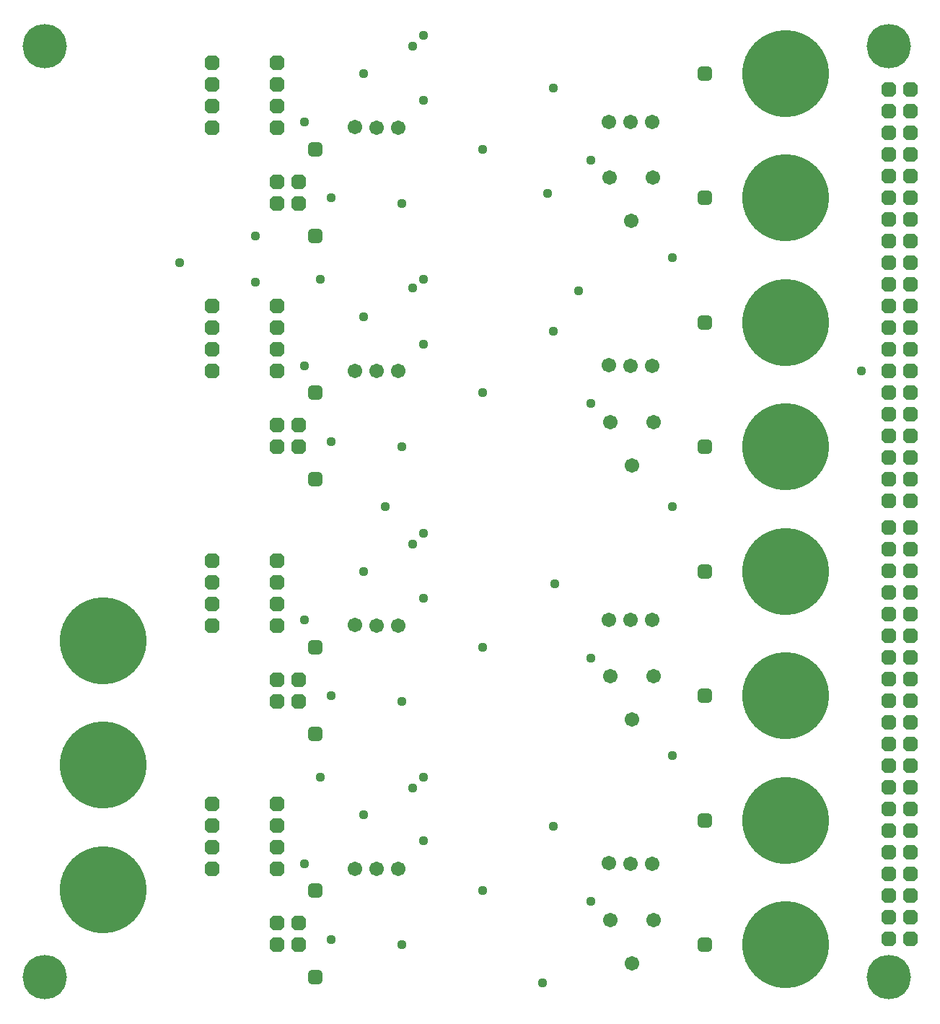
<source format=gbs>
%FSAX25Y25*%
%MOIN*%
G70*
G01*
G75*
G04 Layer_Color=16711935*
%ADD10R,0.06693X0.03937*%
%ADD11R,0.03543X0.02756*%
G04:AMPARAMS|DCode=12|XSize=23.62mil|YSize=35.43mil|CornerRadius=5.91mil|HoleSize=0mil|Usage=FLASHONLY|Rotation=270.000|XOffset=0mil|YOffset=0mil|HoleType=Round|Shape=RoundedRectangle|*
%AMROUNDEDRECTD12*
21,1,0.02362,0.02362,0,0,270.0*
21,1,0.01181,0.03543,0,0,270.0*
1,1,0.01181,-0.01181,-0.00591*
1,1,0.01181,-0.01181,0.00591*
1,1,0.01181,0.01181,0.00591*
1,1,0.01181,0.01181,-0.00591*
%
%ADD12ROUNDEDRECTD12*%
%ADD13R,0.02756X0.05118*%
%ADD14R,0.02756X0.03543*%
G04:AMPARAMS|DCode=15|XSize=23.62mil|YSize=43.31mil|CornerRadius=5.91mil|HoleSize=0mil|Usage=FLASHONLY|Rotation=90.000|XOffset=0mil|YOffset=0mil|HoleType=Round|Shape=RoundedRectangle|*
%AMROUNDEDRECTD15*
21,1,0.02362,0.03150,0,0,90.0*
21,1,0.01181,0.04331,0,0,90.0*
1,1,0.01181,0.01575,0.00591*
1,1,0.01181,0.01575,-0.00591*
1,1,0.01181,-0.01575,-0.00591*
1,1,0.01181,-0.01575,0.00591*
%
%ADD15ROUNDEDRECTD15*%
%ADD16R,0.03150X0.03543*%
%ADD17R,0.04134X0.01772*%
%ADD18O,0.04134X0.01772*%
%ADD19R,0.05118X0.02756*%
G04:AMPARAMS|DCode=20|XSize=23.62mil|YSize=35.43mil|CornerRadius=5.91mil|HoleSize=0mil|Usage=FLASHONLY|Rotation=180.000|XOffset=0mil|YOffset=0mil|HoleType=Round|Shape=RoundedRectangle|*
%AMROUNDEDRECTD20*
21,1,0.02362,0.02362,0,0,180.0*
21,1,0.01181,0.03543,0,0,180.0*
1,1,0.01181,-0.00591,0.01181*
1,1,0.01181,0.00591,0.01181*
1,1,0.01181,0.00591,-0.01181*
1,1,0.01181,-0.00591,-0.01181*
%
%ADD20ROUNDEDRECTD20*%
G04:AMPARAMS|DCode=21|XSize=78.74mil|YSize=137.8mil|CornerRadius=19.69mil|HoleSize=0mil|Usage=FLASHONLY|Rotation=0.000|XOffset=0mil|YOffset=0mil|HoleType=Round|Shape=RoundedRectangle|*
%AMROUNDEDRECTD21*
21,1,0.07874,0.09843,0,0,0.0*
21,1,0.03937,0.13780,0,0,0.0*
1,1,0.03937,0.01969,-0.04921*
1,1,0.03937,-0.01969,-0.04921*
1,1,0.03937,-0.01969,0.04921*
1,1,0.03937,0.01969,0.04921*
%
%ADD21ROUNDEDRECTD21*%
%ADD22R,0.03543X0.03150*%
%ADD23C,0.01969*%
%ADD24C,0.01000*%
%ADD25C,0.05906*%
%ADD26C,0.01181*%
%ADD27C,0.01575*%
%ADD28C,0.02953*%
%ADD29C,0.19685*%
%ADD30C,0.39370*%
G04:AMPARAMS|DCode=31|XSize=59.06mil|YSize=59.06mil|CornerRadius=14.76mil|HoleSize=0mil|Usage=FLASHONLY|Rotation=270.000|XOffset=0mil|YOffset=0mil|HoleType=Round|Shape=RoundedRectangle|*
%AMROUNDEDRECTD31*
21,1,0.05906,0.02953,0,0,270.0*
21,1,0.02953,0.05906,0,0,270.0*
1,1,0.02953,-0.01476,-0.01476*
1,1,0.02953,-0.01476,0.01476*
1,1,0.02953,0.01476,0.01476*
1,1,0.02953,0.01476,-0.01476*
%
%ADD31ROUNDEDRECTD31*%
G04:AMPARAMS|DCode=32|XSize=59.06mil|YSize=59.06mil|CornerRadius=0mil|HoleSize=0mil|Usage=FLASHONLY|Rotation=270.000|XOffset=0mil|YOffset=0mil|HoleType=Round|Shape=Octagon|*
%AMOCTAGOND32*
4,1,8,-0.01476,-0.02953,0.01476,-0.02953,0.02953,-0.01476,0.02953,0.01476,0.01476,0.02953,-0.01476,0.02953,-0.02953,0.01476,-0.02953,-0.01476,-0.01476,-0.02953,0.0*
%
%ADD32OCTAGOND32*%

%ADD33C,0.05906*%
%ADD34C,0.03583*%
%ADD35C,0.00984*%
%ADD36C,0.00500*%
%ADD37C,0.00394*%
%ADD38C,0.00600*%
%ADD39C,0.00787*%
G04:AMPARAMS|DCode=40|XSize=127.95mil|YSize=107.87mil|CornerRadius=26.97mil|HoleSize=0mil|Usage=FLASHONLY|Rotation=90.000|XOffset=0mil|YOffset=0mil|HoleType=Round|Shape=RoundedRectangle|*
%AMROUNDEDRECTD40*
21,1,0.12795,0.05394,0,0,90.0*
21,1,0.07402,0.10787,0,0,90.0*
1,1,0.05394,0.02697,0.03701*
1,1,0.05394,0.02697,-0.03701*
1,1,0.05394,-0.02697,-0.03701*
1,1,0.05394,-0.02697,0.03701*
%
%ADD40ROUNDEDRECTD40*%
%ADD41R,0.07493X0.04737*%
%ADD42R,0.04343X0.03556*%
G04:AMPARAMS|DCode=43|XSize=31.62mil|YSize=43.43mil|CornerRadius=9.91mil|HoleSize=0mil|Usage=FLASHONLY|Rotation=270.000|XOffset=0mil|YOffset=0mil|HoleType=Round|Shape=RoundedRectangle|*
%AMROUNDEDRECTD43*
21,1,0.03162,0.02362,0,0,270.0*
21,1,0.01181,0.04343,0,0,270.0*
1,1,0.01981,-0.01181,-0.00591*
1,1,0.01981,-0.01181,0.00591*
1,1,0.01981,0.01181,0.00591*
1,1,0.01981,0.01181,-0.00591*
%
%ADD43ROUNDEDRECTD43*%
%ADD44R,0.03556X0.05918*%
%ADD45R,0.03556X0.04343*%
G04:AMPARAMS|DCode=46|XSize=31.62mil|YSize=51.31mil|CornerRadius=9.91mil|HoleSize=0mil|Usage=FLASHONLY|Rotation=90.000|XOffset=0mil|YOffset=0mil|HoleType=Round|Shape=RoundedRectangle|*
%AMROUNDEDRECTD46*
21,1,0.03162,0.03150,0,0,90.0*
21,1,0.01181,0.05131,0,0,90.0*
1,1,0.01981,0.01575,0.00591*
1,1,0.01981,0.01575,-0.00591*
1,1,0.01981,-0.01575,-0.00591*
1,1,0.01981,-0.01575,0.00591*
%
%ADD46ROUNDEDRECTD46*%
%ADD47R,0.03950X0.04343*%
%ADD48R,0.04934X0.02572*%
%ADD49O,0.04934X0.02572*%
%ADD50R,0.05918X0.03556*%
G04:AMPARAMS|DCode=51|XSize=31.62mil|YSize=43.43mil|CornerRadius=9.91mil|HoleSize=0mil|Usage=FLASHONLY|Rotation=180.000|XOffset=0mil|YOffset=0mil|HoleType=Round|Shape=RoundedRectangle|*
%AMROUNDEDRECTD51*
21,1,0.03162,0.02362,0,0,180.0*
21,1,0.01181,0.04343,0,0,180.0*
1,1,0.01981,-0.00591,0.01181*
1,1,0.01981,0.00591,0.01181*
1,1,0.01981,0.00591,-0.01181*
1,1,0.01981,-0.00591,-0.01181*
%
%ADD51ROUNDEDRECTD51*%
G04:AMPARAMS|DCode=52|XSize=86.74mil|YSize=145.79mil|CornerRadius=23.69mil|HoleSize=0mil|Usage=FLASHONLY|Rotation=0.000|XOffset=0mil|YOffset=0mil|HoleType=Round|Shape=RoundedRectangle|*
%AMROUNDEDRECTD52*
21,1,0.08674,0.09843,0,0,0.0*
21,1,0.03937,0.14579,0,0,0.0*
1,1,0.04737,0.01969,-0.04921*
1,1,0.04737,-0.01969,-0.04921*
1,1,0.04737,-0.01969,0.04921*
1,1,0.04737,0.01969,0.04921*
%
%ADD52ROUNDEDRECTD52*%
%ADD53R,0.04343X0.03950*%
%ADD54C,0.20485*%
%ADD55C,0.40170*%
G04:AMPARAMS|DCode=56|XSize=67.06mil|YSize=67.06mil|CornerRadius=18.76mil|HoleSize=0mil|Usage=FLASHONLY|Rotation=270.000|XOffset=0mil|YOffset=0mil|HoleType=Round|Shape=RoundedRectangle|*
%AMROUNDEDRECTD56*
21,1,0.06706,0.02953,0,0,270.0*
21,1,0.02953,0.06706,0,0,270.0*
1,1,0.03753,-0.01476,-0.01476*
1,1,0.03753,-0.01476,0.01476*
1,1,0.03753,0.01476,0.01476*
1,1,0.03753,0.01476,-0.01476*
%
%ADD56ROUNDEDRECTD56*%
G04:AMPARAMS|DCode=57|XSize=67.06mil|YSize=67.06mil|CornerRadius=0mil|HoleSize=0mil|Usage=FLASHONLY|Rotation=270.000|XOffset=0mil|YOffset=0mil|HoleType=Round|Shape=Octagon|*
%AMOCTAGOND57*
4,1,8,-0.01676,-0.03353,0.01676,-0.03353,0.03353,-0.01676,0.03353,0.01676,0.01676,0.03353,-0.01676,0.03353,-0.03353,0.01676,-0.03353,-0.01676,-0.01676,-0.03353,0.0*
%
%ADD57OCTAGOND57*%

%ADD58C,0.06706*%
%ADD59C,0.04383*%
D54*
X0290000Y0122500D02*
D03*
Y0552500D02*
D03*
X0680000Y0122500D02*
D03*
Y0552500D02*
D03*
D55*
X0317000Y0278000D02*
D03*
Y0220500D02*
D03*
Y0163000D02*
D03*
X0632500Y0137500D02*
D03*
Y0195000D02*
D03*
Y0252500D02*
D03*
Y0310000D02*
D03*
Y0367500D02*
D03*
Y0425000D02*
D03*
Y0482500D02*
D03*
Y0540000D02*
D03*
D56*
X0415000Y0505000D02*
D03*
Y0465000D02*
D03*
Y0392500D02*
D03*
Y0352500D02*
D03*
Y0275000D02*
D03*
Y0235000D02*
D03*
Y0162500D02*
D03*
Y0122500D02*
D03*
X0595000Y0540000D02*
D03*
Y0482500D02*
D03*
Y0425000D02*
D03*
Y0367500D02*
D03*
Y0310000D02*
D03*
Y0252500D02*
D03*
Y0195000D02*
D03*
Y0137500D02*
D03*
D57*
X0407500Y0480000D02*
D03*
X0397500D02*
D03*
X0407500Y0490000D02*
D03*
X0397500D02*
D03*
X0407500Y0367500D02*
D03*
X0397500D02*
D03*
X0407500Y0377500D02*
D03*
X0397500D02*
D03*
X0407500Y0250000D02*
D03*
X0397500D02*
D03*
X0407500Y0260000D02*
D03*
X0397500D02*
D03*
X0407500Y0137500D02*
D03*
X0397500D02*
D03*
X0407500Y0147500D02*
D03*
X0397500D02*
D03*
X0690000Y0140433D02*
D03*
X0680000D02*
D03*
X0690000Y0150433D02*
D03*
X0680000D02*
D03*
X0690000Y0160433D02*
D03*
X0680000D02*
D03*
X0690000Y0170433D02*
D03*
X0680000D02*
D03*
X0690000Y0180433D02*
D03*
X0680000D02*
D03*
X0690000Y0190433D02*
D03*
X0680000D02*
D03*
X0690000Y0200433D02*
D03*
X0680000D02*
D03*
X0690000Y0210433D02*
D03*
X0680000D02*
D03*
X0690000Y0220433D02*
D03*
X0680000D02*
D03*
X0690000Y0230433D02*
D03*
X0680000D02*
D03*
X0690000Y0240433D02*
D03*
X0680000D02*
D03*
X0690000Y0250433D02*
D03*
X0680000D02*
D03*
X0690000Y0260433D02*
D03*
X0680000D02*
D03*
X0690000Y0270433D02*
D03*
X0680000D02*
D03*
X0690000Y0280433D02*
D03*
X0680000D02*
D03*
X0690000Y0290433D02*
D03*
X0680000D02*
D03*
X0690000Y0300433D02*
D03*
X0680000D02*
D03*
X0690000Y0310433D02*
D03*
X0680000D02*
D03*
X0690000Y0320433D02*
D03*
X0680000D02*
D03*
X0690000Y0330433D02*
D03*
X0680000D02*
D03*
X0690000Y0342500D02*
D03*
X0680000D02*
D03*
X0690000Y0352500D02*
D03*
X0680000D02*
D03*
X0690000Y0362500D02*
D03*
X0680000D02*
D03*
X0690000Y0372500D02*
D03*
X0680000D02*
D03*
X0690000Y0382500D02*
D03*
X0680000D02*
D03*
X0690000Y0392500D02*
D03*
X0680000D02*
D03*
X0690000Y0402500D02*
D03*
X0680000D02*
D03*
X0690000Y0412500D02*
D03*
X0680000D02*
D03*
X0690000Y0422500D02*
D03*
X0680000D02*
D03*
X0690000Y0432500D02*
D03*
X0680000D02*
D03*
X0690000Y0442500D02*
D03*
X0680000D02*
D03*
X0690000Y0452500D02*
D03*
X0680000D02*
D03*
X0690000Y0462500D02*
D03*
X0680000D02*
D03*
X0690000Y0472500D02*
D03*
X0680000D02*
D03*
X0690000Y0482500D02*
D03*
X0680000D02*
D03*
X0690000Y0492500D02*
D03*
X0680000D02*
D03*
X0690000Y0502500D02*
D03*
X0680000D02*
D03*
X0690000Y0512500D02*
D03*
X0680000D02*
D03*
X0690000Y0522500D02*
D03*
X0680000D02*
D03*
X0690000Y0532500D02*
D03*
X0680000D02*
D03*
X0367500Y0545000D02*
D03*
Y0535000D02*
D03*
Y0525000D02*
D03*
Y0515000D02*
D03*
X0397500Y0545000D02*
D03*
Y0535000D02*
D03*
Y0525000D02*
D03*
Y0515000D02*
D03*
X0367500Y0432500D02*
D03*
Y0422500D02*
D03*
Y0412500D02*
D03*
Y0402500D02*
D03*
X0397500Y0432500D02*
D03*
Y0422500D02*
D03*
Y0412500D02*
D03*
Y0402500D02*
D03*
X0367500Y0315000D02*
D03*
Y0305000D02*
D03*
Y0295000D02*
D03*
Y0285000D02*
D03*
X0397500Y0315000D02*
D03*
Y0305000D02*
D03*
Y0295000D02*
D03*
Y0285000D02*
D03*
X0367500Y0202500D02*
D03*
Y0192500D02*
D03*
Y0182500D02*
D03*
Y0172500D02*
D03*
X0397500Y0202500D02*
D03*
Y0192500D02*
D03*
Y0182500D02*
D03*
Y0172500D02*
D03*
D58*
X0433284Y0172799D02*
D03*
X0443311Y0172646D02*
D03*
X0453268Y0172626D02*
D03*
X0571500Y0379000D02*
D03*
X0551500D02*
D03*
X0561500Y0359000D02*
D03*
X0433284Y0402799D02*
D03*
X0443311Y0402646D02*
D03*
X0453268Y0402626D02*
D03*
X0571500Y0261500D02*
D03*
X0551500D02*
D03*
X0561500Y0241500D02*
D03*
X0550783Y0517799D02*
D03*
X0560811Y0517646D02*
D03*
X0570768Y0517626D02*
D03*
X0571000Y0492000D02*
D03*
X0551000D02*
D03*
X0561000Y0472000D02*
D03*
X0433284Y0285299D02*
D03*
X0443311Y0285146D02*
D03*
X0453268Y0285126D02*
D03*
X0433284Y0515299D02*
D03*
X0443311Y0515146D02*
D03*
X0453268Y0515126D02*
D03*
X0550783Y0405299D02*
D03*
X0560811Y0405146D02*
D03*
X0570768Y0405126D02*
D03*
X0550783Y0175299D02*
D03*
X0560811Y0175146D02*
D03*
X0570768Y0175126D02*
D03*
X0550783Y0287799D02*
D03*
X0560811Y0287646D02*
D03*
X0570768Y0287626D02*
D03*
X0571500Y0149000D02*
D03*
X0551500D02*
D03*
X0561500Y0129000D02*
D03*
D59*
X0524961Y0420945D02*
D03*
Y0192205D02*
D03*
X0437500Y0197500D02*
D03*
Y0540000D02*
D03*
Y0427500D02*
D03*
Y0310000D02*
D03*
X0520000Y0120000D02*
D03*
X0422500Y0252500D02*
D03*
X0492500Y0162500D02*
D03*
Y0392500D02*
D03*
X0525827Y0304173D02*
D03*
X0524961Y0533228D02*
D03*
X0522500Y0484500D02*
D03*
X0492500Y0505000D02*
D03*
Y0275000D02*
D03*
X0455000Y0137500D02*
D03*
Y0250000D02*
D03*
Y0367500D02*
D03*
Y0480000D02*
D03*
X0410000Y0517500D02*
D03*
Y0405000D02*
D03*
Y0287500D02*
D03*
Y0175000D02*
D03*
X0422500Y0140000D02*
D03*
Y0370000D02*
D03*
X0417500Y0215000D02*
D03*
X0580000Y0225000D02*
D03*
X0667500Y0402500D02*
D03*
X0536890Y0439646D02*
D03*
X0422500Y0482500D02*
D03*
X0417500Y0445000D02*
D03*
X0580000Y0455000D02*
D03*
Y0340000D02*
D03*
X0352500Y0452500D02*
D03*
X0387500Y0465000D02*
D03*
Y0443500D02*
D03*
X0447500Y0340000D02*
D03*
X0460000Y0441000D02*
D03*
Y0210000D02*
D03*
Y0322500D02*
D03*
Y0552500D02*
D03*
X0465000Y0557500D02*
D03*
Y0527500D02*
D03*
Y0327500D02*
D03*
Y0297500D02*
D03*
Y0445000D02*
D03*
Y0415000D02*
D03*
Y0185500D02*
D03*
Y0215000D02*
D03*
X0542500Y0500000D02*
D03*
Y0270000D02*
D03*
Y0387500D02*
D03*
Y0157500D02*
D03*
M02*

</source>
